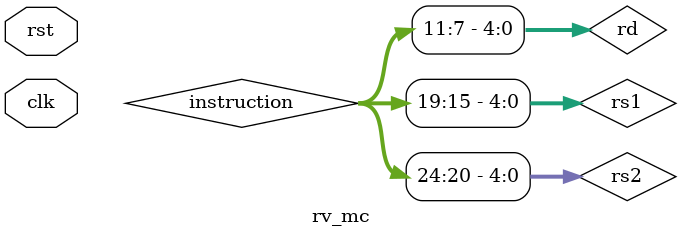
<source format=v>
module rv_mc( // keep this name as your top module of rv_mc core
    input  wire clk, // keep this name: clk
    input  wire rst  // keep this name: rst
);

    // Register wires
    wire [31:0] pc;
    wire [31:0] instruction;
    wire [31:0] mem_read_data;
    wire [31:0] data_reg_out;
    wire [31:0] rd1;
    wire [31:0] rd2;
    wire [31:0] rd1_reg_out;
    wire [31:0] rd2_reg_out;
    wire [31:0] alu_result;
    wire [31:0] alu_reg_out;
    wire [31:0] pc_plus_4;
    wire [31:0] original_pc;
    
    wire [31:0] alu_src_a;
    wire [31:0] alu_src_b;
    wire [31:0] imm_extended;
    wire [31:0] mem_address;
    wire [31:0] rf_write_data;
    
    // Control signals
    wire        sel_mem_addr;
    wire        we_ir;
    wire        sel_alu_src_a;
    wire [1:0]  sel_alu_src_b;
    wire [1:0]  sel_result;
    wire        we_pc;
    wire        we_mem;
    wire        we_rf;
    wire        we_pc_plus_4;
    wire        we_alu_reg;
    wire        we_original_pc;
    wire        sel_original_pc;
    wire [2:0]  sel_ext;
    wire [3:0]  alu_control;
    wire [31:0] pc_for_alu;
    
    // Instruction field
    wire [4:0]  rs1 = instruction[19:15];
    wire [4:0]  rs2 = instruction[24:20];
    wire [4:0]  rd  = instruction[11:7];
    
    // Constant 4 for PC + 4
    localparam [31:0] CONSTANT_4 = 32'd4;
    
    register PC_reg(
        .clock(clk),
        .reset(rst),
        .write_enable(we_pc),
        .data_in(alu_result),
        .data_out(pc)
    );
    
    // I'm storing the PC before it's updated for JAL instruction 
    register original_pc_reg(
        .clock(clk),
        .reset(rst),
        .write_enable(we_original_pc),
        .data_in(pc),
        .data_out(original_pc)
    );
    
    mux mux_mem_addr(
        .sel(sel_mem_addr),
        .input1(alu_reg_out),
        .input2(pc),
        .out(mem_address)
    );
    
    // Memory module definition
    mem MEM // keep this name MEM
    (
        .clock(clk),
        .write_enable(we_mem),
        .address(mem_address),
        .write_data(rd2_reg_out),
        .read_data(mem_read_data)
    );
    
    register instr_reg(
        .clock(clk),
        .reset(rst),
        .write_enable(we_ir),
        .data_in(mem_read_data),
        .data_out(instruction)
    );
    
    Controller2_0 controller(
        .clk(clk),
        .rst(rst),
        .instruction(instruction),
        .sel_mem_addr(sel_mem_addr),
        .we_ir(we_ir),
        .sel_alu_src_a(sel_alu_src_a),
        .sel_alu_src_b(sel_alu_src_b),
        .sel_result(sel_result),
        .we_pc(we_pc),
        .we_mem(we_mem),
        .we_rf(we_rf),
        .we_pc_plus_4(we_pc_plus_4),
        .we_alu_reg(we_alu_reg),
        .we_original_pc(we_original_pc),
        .sel_original_pc(sel_original_pc),
        .sel_ext(sel_ext),
        .alu_control(alu_control)
    );
    
    register_file rf(
        .clock(clk),
        .write_enable(we_rf),
        .read_address_1(rs1),
        .read_address_2(rs2),
        .write_address(rd),
        .write_data(rf_write_data),
        .read_data_1(rd1),
        .read_data_2(rd2)
    );
    
    register rd1_reg(
        .clock(clk),
        .reset(rst),
        .write_enable(1'b1),
        .data_in(rd1),
        .data_out(rd1_reg_out)
    );
    
    register rd2_reg(
        .clock(clk),
        .reset(rst),
        .write_enable(1'b1),
        .data_in(rd2),
        .data_out(rd2_reg_out)
    );
    
    sign_extender sign_ext(
        .instruction(instruction),
        .sel_ext(sel_ext),
        .imm_extended(imm_extended)
    );
    
    // Mux to select between current PC and original PC (for JAL)
    mux mux_pc_select(
        .sel(sel_original_pc),
        .input1(original_pc),
        .input2(pc),
        .out(pc_for_alu)
    );
    
    mux mux_alu_src_a(
        .sel(sel_alu_src_a),
        .input1(rd1_reg_out),
        .input2(pc_for_alu),
        .out(alu_src_a)
    );
    
    MUX3 mux_alu_src_b(
        .sel(sel_alu_src_b),
        .input0(rd2_reg_out),
        .input1(imm_extended),
        .input2(CONSTANT_4),
        .out(alu_src_b)
    );
    
    ALU alu(
        .RD1(alu_src_a),
        .RD2(alu_src_b),
        .alu_control(alu_control),
        .alu_result(alu_result)
    );
    
    register alu_reg(
        .clock(clk),
        .reset(rst),
        .write_enable(we_alu_reg),
        .data_in(alu_result),
        .data_out(alu_reg_out)
    );
    
    // Needed fo Jal. I use this to store PC + 4 address for return 
    register pc_plus_4_reg(
        .clock(clk),
        .reset(rst),
        .write_enable(we_pc_plus_4),
        .data_in(alu_result),
        .data_out(pc_plus_4)
    );
    
    register data_reg(
        .clock(clk),
        .reset(rst),
        .write_enable(1'b1),
        .data_in(mem_read_data),
        .data_out(data_reg_out)
    );
    

    // Result Selection MUX for Register file
    // encoding:
    // 00 = ALU result (alu_reg_out)
    // 01 = Data memory read (data_reg_out)
    // 10 = PC+4 (for JAL return address - from pc_plus_4_reg)
    // 11 = Immediate (for LUI)
    // I will copy the 4 to 1 mux from the single cycle code 
    wire [31:0] result_mux0_out;
    wire [31:0] result_mux1_out;
    
    mux mux_result_0(
        .sel(sel_result[0]),
        .input1(data_reg_out),
        .input2(alu_reg_out),
        .out(result_mux0_out)
    );
    
    mux mux_result_1(
        .sel(sel_result[0]),
        .input1(imm_extended),
        .input2(pc_plus_4),
        .out(result_mux1_out)
    );
    
    mux mux_result(
        .sel(sel_result[1]),
        .input1(result_mux1_out),
        .input2(result_mux0_out),
        .out(rf_write_data)
    );

endmodule


</source>
